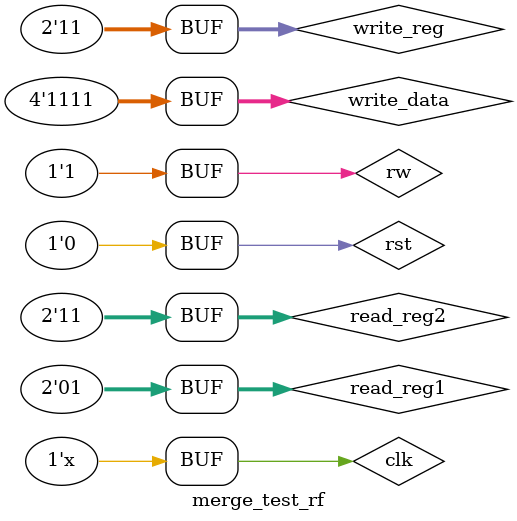
<source format=v>
module program_counter 
(
	input clk,rst,
	output reg [3:0]out
);
	always @(posedge clk)
	begin
	if (rst == 1)
		out <= 0;
	else
		out <= out + 1;
	end
endmodule

module mux4_2
(
	input [1:0]s,
	input a,b,c,d,
	output out
);
	assign out = (s==0)?a:(s==1)?b:(s==2)?c:d;
endmodule

module mux2_1
(
	input s,
	input a,b,
	output out
);
	assign out = (s==0)?a:b;
endmodule

module fa
(
	input a,b, cin,
	output s,cout
);
	assign {cout,s} = a+b+cin;
endmodule

module alu1b
(
	input a,b,binv,cin,
	input [1:0]op,
	input less,
	output s,cout
);
	wire w1,w2,w3,w4,w5;
	not b1(w1,b);
	mux2_1 i(binv,a,w1,w2);
	fa j(a,w2,binv,w3,cout);
	and a1(w4,a,b);
	or o1(w5,a,b);
	mux4_2 k(op,w4,w5,w3,less,s);
endmodule

module alu_msb
(
	input a,b,binv,cin,
	input [1:0]op,
	input less,
	output out,cout,
	output set
);
	wire w6,w1,w2,w3,w4,w5;
	not b1(w1,b);
	mux2_1 i1(binv,b,w1,w2);
	fa j1(a,w2,cin,set,cout);
	and a11(w4,a,b);
	or o11(w5,a,b);
	mux4_2 k1(op,w4,w5,set,less,out);
endmodule	

module alu4b
(
	input [3:0]a,
	input [3:0]b,
	input binv,cin,
	input [1:0]operation,
	output [3:0]res,
	output cout
);
	wire w1,w2,w3,w4,w5;
	assign w5=0;
	alu1b obj1 (a[0],b[0],binv,cin,operation,w4,res[0],w1);
	alu1b obj2 (a[1],b[1],binv,w1,operation,w5,res[1],w2);
	alu1b obj3 (a[2],b[2],binv,w2,operation,w5,res[2],w3);
	alu_msb obj (a[3],b[3],binv,w3,operation,w5,res[3],cout,w4);
endmodule

module ins_mem
(
	input [3:0]address,
	input rst,
	output [7:0]instruction
);
	reg[7:0]memory[15:0];
	
	always @(*)
	begin
		if (rst)
			begin
	
				memory[0] <= 0;
				memory[1] <= 2;
				memory[2] <= 4;
				memory[3] <= 16;
				memory[4] <= 32;
				memory[5] <= 64;
				memory[6] <= 128;
				memory[7] <= 255;
				memory[8] <= 0;
				memory[9] <= 100;
				memory[10] <= 0;
				memory[11] <= 200;
				memory[12] <= 0;
				memory[13] <= 0;
				memory[14] <= 0;
				memory[15] <= 0;
			end
	end
	
	assign instruction = memory[address] ;
endmodule

module memory 
(
	input [3:0] write_data,
	input rw,reset,clk,
	input [3:0] address,
	output reg [3:0] read_data
);
	reg [3:0] mem [15:0];
	
	always @ (posedge clk)
	begin
	if (reset == 0)
	begin
	if (rw == 0)
	begin
	mem [address] <= write_data;
	end
	
	else
	begin
	read_data <= mem [address];
	end
	end
	
	else
	begin
	mem[0] <= 0;
	mem[1] <= 0;
	mem[2] <= 0;
	mem[3] <= 0;
	mem[4] <= 0;
	mem[5] <= 0;
	mem[6] <= 0;
	mem[7] <= 0;
	mem[8] <= 0;
	mem[9] <= 0;
	mem[10] <= 0;
	mem[11] <= 0;
	mem[12] <= 0;
	mem[13] <= 0;
	mem[14] <= 0;
	mem[15] <= 0;
	end
	end
endmodule

module reg_file(
		input [1:0]read_reg1,read_reg2,
		input [1:0]write_reg,
		input rw,
		input rst,clk,
		input [3:0]write_data,
		output reg [3:0]data_out1,data_out2);
reg [3:0]register[3:0];
always@(posedge clk)
begin
	if(rst)
	begin
		register[0]<=0;
		register[1]<=0;
		register[2]<=0;
		register[3]<=0;
	end
	else
	begin
		if(rw==0)
		begin
			register[write_reg]<=write_data;
		end
		else
		begin
			data_out1<=register[read_reg1];
			data_out2<=register[read_reg2];
		end
	end
end
endmodule


module merge_test_program_counter ();
	reg clk,rst;
	wire [3:0]out;
	
program_counter obj (clk,rst,out);

	always
	#3 clk = ~clk;
	
	initial
	begin
	clk = 0;rst = 1;
	#30 rst = 0;					
	end
endmodule	

module merge_alu_4b_test	();
	reg[3:0]a;
	reg[3:0]b;
	reg binv,cin;
	reg [1:0] operation;
	wire [3:0]res;
	wire cout;

alu4b obj (a,b,binv,cin,operation,res,cout);
initial
begin
	a=5;b=3;operation=2;binv=0;cin=0;
	#30 operation=2;binv=1;cin=1;
	#30 operation=3;
	#30 a=5;b=6;
end
endmodule	

module merge_test_im ();
reg [3:0]address;
reg rst;
wire [7:0]instruction;

ins_mem obj(address,rst,instruction);
initial
begin
#30 rst = 1;address = 5;
#30 address = 6;
end
endmodule

module merge_memory_test ();
	reg[3:0] write_data;
	reg rw,reset,clk;
	reg [3:0] address;
	wire [3:0] read_data;

memory mem (write_data,rw,reset,clk,address,read_data);
	always
	#3 clk = ~clk;
	initial
	begin
	reset = 1;
	#30 reset = 0; clk = 0;
	#30 rw = 0; write_data = 5; address = 4;
	#30 rw = 1; address = 4;
	end
endmodule	

module merge_test_rf();

reg [1:0]read_reg1,read_reg2;
reg [1:0]write_reg;
reg rw;
reg rst,clk;
reg [3:0]write_data;
wire [3:0]data_out1,data_out2; 

reg_file rf(read_reg1,read_reg2,write_reg,rw,rst,clk,write_data,data_out1,data_out2);

always
#1 clk=~clk;

initial begin
rst=1; clk=0;
#10 rst=0;
#10 rw=1; read_reg1=1; read_reg2=3;
#10 rw=0; write_reg=1; write_data=5;
#10 rw=0; write_reg=3; write_data=15;
#10 rw=1; read_reg1=1; read_reg2=3;
end
endmodule   

</source>
